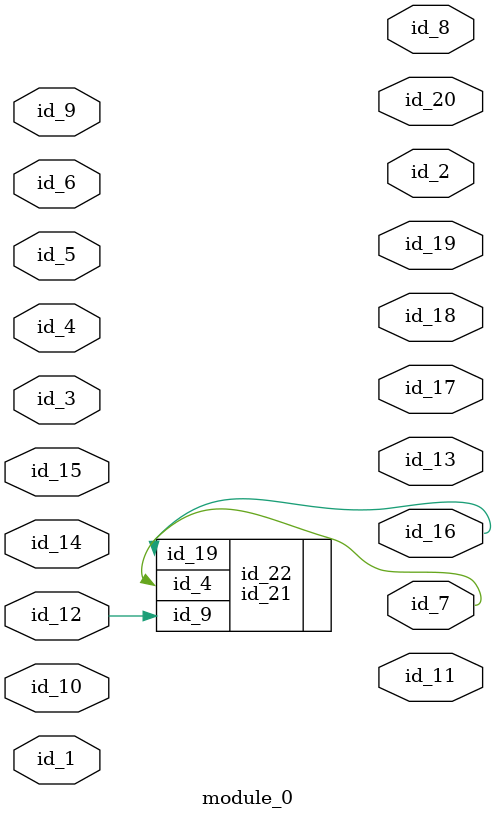
<source format=v>
module module_0 (
    id_1,
    id_2,
    id_3,
    id_4,
    id_5,
    id_6,
    id_7,
    id_8,
    id_9,
    id_10,
    id_11,
    id_12,
    id_13,
    id_14,
    id_15,
    id_16,
    id_17,
    id_18,
    id_19,
    id_20
);
  output id_20;
  output id_19;
  output id_18;
  output id_17;
  output id_16;
  input id_15;
  input id_14;
  output id_13;
  input id_12;
  output id_11;
  input id_10;
  input id_9;
  output id_8;
  output id_7;
  input id_6;
  input id_5;
  input id_4;
  input id_3;
  output id_2;
  input id_1;
  id_21 id_22 (
      .id_4 (id_7),
      .id_9 (id_12),
      .id_19(id_16)
  );
  id_23 id_24 (
      .id_1(id_19),
      .id_1(id_1),
      .id_4(1'd0)
  );
  id_25 id_26 (
      .id_18(id_1),
      .id_6 (1),
      .id_18(id_1)
  );
endmodule

</source>
